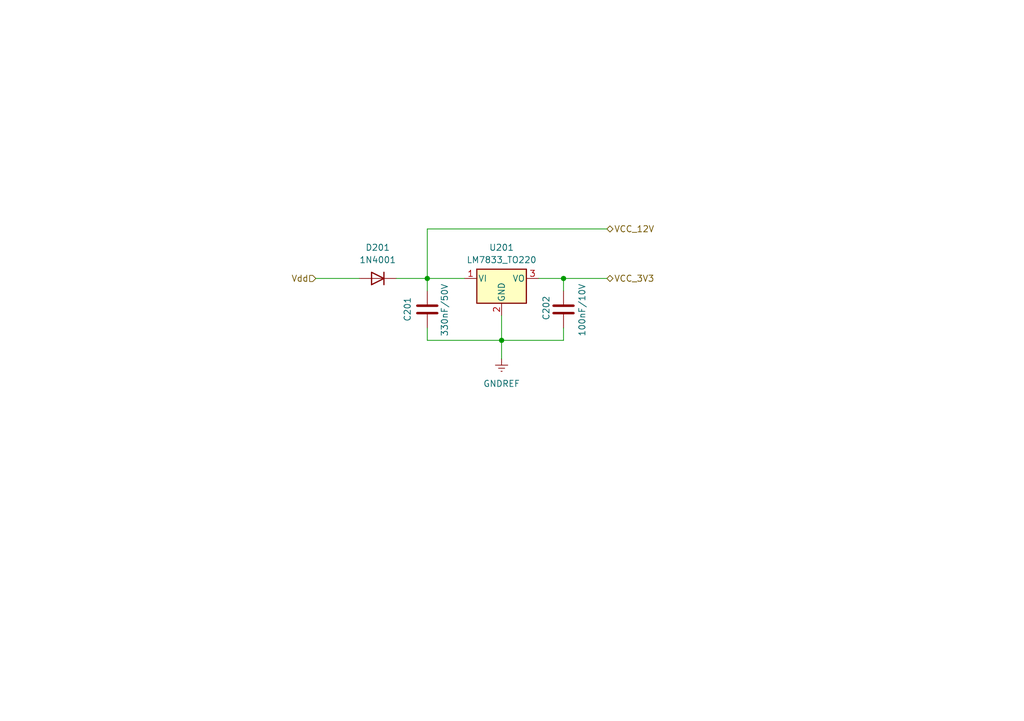
<source format=kicad_sch>
(kicad_sch
	(version 20250114)
	(generator "eeschema")
	(generator_version "9.0")
	(uuid "a1b0e158-317b-4b20-834d-5d4e94c85bab")
	(paper "A5")
	(lib_symbols
		(symbol "Device:C"
			(pin_numbers
				(hide yes)
			)
			(pin_names
				(offset 0.254)
			)
			(exclude_from_sim no)
			(in_bom yes)
			(on_board yes)
			(property "Reference" "C"
				(at 0.635 2.54 0)
				(effects
					(font
						(size 1.27 1.27)
					)
					(justify left)
				)
			)
			(property "Value" "C"
				(at 0.635 -2.54 0)
				(effects
					(font
						(size 1.27 1.27)
					)
					(justify left)
				)
			)
			(property "Footprint" ""
				(at 0.9652 -3.81 0)
				(effects
					(font
						(size 1.27 1.27)
					)
					(hide yes)
				)
			)
			(property "Datasheet" "~"
				(at 0 0 0)
				(effects
					(font
						(size 1.27 1.27)
					)
					(hide yes)
				)
			)
			(property "Description" "Unpolarized capacitor"
				(at 0 0 0)
				(effects
					(font
						(size 1.27 1.27)
					)
					(hide yes)
				)
			)
			(property "ki_keywords" "cap capacitor"
				(at 0 0 0)
				(effects
					(font
						(size 1.27 1.27)
					)
					(hide yes)
				)
			)
			(property "ki_fp_filters" "C_*"
				(at 0 0 0)
				(effects
					(font
						(size 1.27 1.27)
					)
					(hide yes)
				)
			)
			(symbol "C_0_1"
				(polyline
					(pts
						(xy -2.032 0.762) (xy 2.032 0.762)
					)
					(stroke
						(width 0.508)
						(type default)
					)
					(fill
						(type none)
					)
				)
				(polyline
					(pts
						(xy -2.032 -0.762) (xy 2.032 -0.762)
					)
					(stroke
						(width 0.508)
						(type default)
					)
					(fill
						(type none)
					)
				)
			)
			(symbol "C_1_1"
				(pin passive line
					(at 0 3.81 270)
					(length 2.794)
					(name "~"
						(effects
							(font
								(size 1.27 1.27)
							)
						)
					)
					(number "1"
						(effects
							(font
								(size 1.27 1.27)
							)
						)
					)
				)
				(pin passive line
					(at 0 -3.81 90)
					(length 2.794)
					(name "~"
						(effects
							(font
								(size 1.27 1.27)
							)
						)
					)
					(number "2"
						(effects
							(font
								(size 1.27 1.27)
							)
						)
					)
				)
			)
			(embedded_fonts no)
		)
		(symbol "Diode:1N4001"
			(pin_numbers
				(hide yes)
			)
			(pin_names
				(hide yes)
			)
			(exclude_from_sim no)
			(in_bom yes)
			(on_board yes)
			(property "Reference" "D"
				(at 0 2.54 0)
				(effects
					(font
						(size 1.27 1.27)
					)
				)
			)
			(property "Value" "1N4001"
				(at 0 -2.54 0)
				(effects
					(font
						(size 1.27 1.27)
					)
				)
			)
			(property "Footprint" "Diode_THT:D_DO-41_SOD81_P10.16mm_Horizontal"
				(at 0 0 0)
				(effects
					(font
						(size 1.27 1.27)
					)
					(hide yes)
				)
			)
			(property "Datasheet" "http://www.vishay.com/docs/88503/1n4001.pdf"
				(at 0 0 0)
				(effects
					(font
						(size 1.27 1.27)
					)
					(hide yes)
				)
			)
			(property "Description" "50V 1A General Purpose Rectifier Diode, DO-41"
				(at 0 0 0)
				(effects
					(font
						(size 1.27 1.27)
					)
					(hide yes)
				)
			)
			(property "Sim.Device" "D"
				(at 0 0 0)
				(effects
					(font
						(size 1.27 1.27)
					)
					(hide yes)
				)
			)
			(property "Sim.Pins" "1=K 2=A"
				(at 0 0 0)
				(effects
					(font
						(size 1.27 1.27)
					)
					(hide yes)
				)
			)
			(property "ki_keywords" "diode"
				(at 0 0 0)
				(effects
					(font
						(size 1.27 1.27)
					)
					(hide yes)
				)
			)
			(property "ki_fp_filters" "D*DO?41*"
				(at 0 0 0)
				(effects
					(font
						(size 1.27 1.27)
					)
					(hide yes)
				)
			)
			(symbol "1N4001_0_1"
				(polyline
					(pts
						(xy -1.27 1.27) (xy -1.27 -1.27)
					)
					(stroke
						(width 0.254)
						(type default)
					)
					(fill
						(type none)
					)
				)
				(polyline
					(pts
						(xy 1.27 1.27) (xy 1.27 -1.27) (xy -1.27 0) (xy 1.27 1.27)
					)
					(stroke
						(width 0.254)
						(type default)
					)
					(fill
						(type none)
					)
				)
				(polyline
					(pts
						(xy 1.27 0) (xy -1.27 0)
					)
					(stroke
						(width 0)
						(type default)
					)
					(fill
						(type none)
					)
				)
			)
			(symbol "1N4001_1_1"
				(pin passive line
					(at -3.81 0 0)
					(length 2.54)
					(name "K"
						(effects
							(font
								(size 1.27 1.27)
							)
						)
					)
					(number "1"
						(effects
							(font
								(size 1.27 1.27)
							)
						)
					)
				)
				(pin passive line
					(at 3.81 0 180)
					(length 2.54)
					(name "A"
						(effects
							(font
								(size 1.27 1.27)
							)
						)
					)
					(number "2"
						(effects
							(font
								(size 1.27 1.27)
							)
						)
					)
				)
			)
			(embedded_fonts no)
		)
		(symbol "Regulator_Linear:LM7805_TO220"
			(pin_names
				(offset 0.254)
			)
			(exclude_from_sim no)
			(in_bom yes)
			(on_board yes)
			(property "Reference" "U"
				(at -3.81 3.175 0)
				(effects
					(font
						(size 1.27 1.27)
					)
				)
			)
			(property "Value" "LM7805_TO220"
				(at 0 3.175 0)
				(effects
					(font
						(size 1.27 1.27)
					)
					(justify left)
				)
			)
			(property "Footprint" "Package_TO_SOT_THT:TO-220-3_Vertical"
				(at 0 5.715 0)
				(effects
					(font
						(size 1.27 1.27)
						(italic yes)
					)
					(hide yes)
				)
			)
			(property "Datasheet" "https://www.onsemi.cn/PowerSolutions/document/MC7800-D.PDF"
				(at 0 -1.27 0)
				(effects
					(font
						(size 1.27 1.27)
					)
					(hide yes)
				)
			)
			(property "Description" "Positive 1A 35V Linear Regulator, Fixed Output 5V, TO-220"
				(at 0 0 0)
				(effects
					(font
						(size 1.27 1.27)
					)
					(hide yes)
				)
			)
			(property "ki_keywords" "Voltage Regulator 1A Positive"
				(at 0 0 0)
				(effects
					(font
						(size 1.27 1.27)
					)
					(hide yes)
				)
			)
			(property "ki_fp_filters" "TO?220*"
				(at 0 0 0)
				(effects
					(font
						(size 1.27 1.27)
					)
					(hide yes)
				)
			)
			(symbol "LM7805_TO220_0_1"
				(rectangle
					(start -5.08 1.905)
					(end 5.08 -5.08)
					(stroke
						(width 0.254)
						(type default)
					)
					(fill
						(type background)
					)
				)
			)
			(symbol "LM7805_TO220_1_1"
				(pin power_in line
					(at -7.62 0 0)
					(length 2.54)
					(name "VI"
						(effects
							(font
								(size 1.27 1.27)
							)
						)
					)
					(number "1"
						(effects
							(font
								(size 1.27 1.27)
							)
						)
					)
				)
				(pin power_in line
					(at 0 -7.62 90)
					(length 2.54)
					(name "GND"
						(effects
							(font
								(size 1.27 1.27)
							)
						)
					)
					(number "2"
						(effects
							(font
								(size 1.27 1.27)
							)
						)
					)
				)
				(pin power_out line
					(at 7.62 0 180)
					(length 2.54)
					(name "VO"
						(effects
							(font
								(size 1.27 1.27)
							)
						)
					)
					(number "3"
						(effects
							(font
								(size 1.27 1.27)
							)
						)
					)
				)
			)
			(embedded_fonts no)
		)
		(symbol "power:GNDREF"
			(power)
			(pin_numbers
				(hide yes)
			)
			(pin_names
				(offset 0)
				(hide yes)
			)
			(exclude_from_sim no)
			(in_bom yes)
			(on_board yes)
			(property "Reference" "#PWR"
				(at 0 -6.35 0)
				(effects
					(font
						(size 1.27 1.27)
					)
					(hide yes)
				)
			)
			(property "Value" "GNDREF"
				(at 0 -3.81 0)
				(effects
					(font
						(size 1.27 1.27)
					)
				)
			)
			(property "Footprint" ""
				(at 0 0 0)
				(effects
					(font
						(size 1.27 1.27)
					)
					(hide yes)
				)
			)
			(property "Datasheet" ""
				(at 0 0 0)
				(effects
					(font
						(size 1.27 1.27)
					)
					(hide yes)
				)
			)
			(property "Description" "Power symbol creates a global label with name \"GNDREF\" , reference supply ground"
				(at 0 0 0)
				(effects
					(font
						(size 1.27 1.27)
					)
					(hide yes)
				)
			)
			(property "ki_keywords" "global power"
				(at 0 0 0)
				(effects
					(font
						(size 1.27 1.27)
					)
					(hide yes)
				)
			)
			(symbol "GNDREF_0_1"
				(polyline
					(pts
						(xy -0.635 -1.905) (xy 0.635 -1.905)
					)
					(stroke
						(width 0)
						(type default)
					)
					(fill
						(type none)
					)
				)
				(polyline
					(pts
						(xy -0.127 -2.54) (xy 0.127 -2.54)
					)
					(stroke
						(width 0)
						(type default)
					)
					(fill
						(type none)
					)
				)
				(polyline
					(pts
						(xy 0 -1.27) (xy 0 0)
					)
					(stroke
						(width 0)
						(type default)
					)
					(fill
						(type none)
					)
				)
				(polyline
					(pts
						(xy 1.27 -1.27) (xy -1.27 -1.27)
					)
					(stroke
						(width 0)
						(type default)
					)
					(fill
						(type none)
					)
				)
			)
			(symbol "GNDREF_1_1"
				(pin power_in line
					(at 0 0 270)
					(length 0)
					(name "~"
						(effects
							(font
								(size 1.27 1.27)
							)
						)
					)
					(number "1"
						(effects
							(font
								(size 1.27 1.27)
							)
						)
					)
				)
			)
			(embedded_fonts no)
		)
	)
	(junction
		(at 102.87 69.85)
		(diameter 0)
		(color 0 0 0 0)
		(uuid "69baf53e-02a5-4452-aa07-c43b3e09338e")
	)
	(junction
		(at 87.63 57.15)
		(diameter 0)
		(color 0 0 0 0)
		(uuid "8579c0d5-8bd9-46fa-9fe9-6c4d0fa19482")
	)
	(junction
		(at 115.57 57.15)
		(diameter 0)
		(color 0 0 0 0)
		(uuid "fe845388-2ac9-427f-ab0e-695d68f1d921")
	)
	(wire
		(pts
			(xy 102.87 64.77) (xy 102.87 69.85)
		)
		(stroke
			(width 0)
			(type default)
		)
		(uuid "0d3fac9f-9813-47d2-945f-1386bf5f1b32")
	)
	(wire
		(pts
			(xy 87.63 46.99) (xy 87.63 57.15)
		)
		(stroke
			(width 0)
			(type default)
		)
		(uuid "1bcbf692-9c9a-4bde-8f99-e34f57f70e0a")
	)
	(wire
		(pts
			(xy 124.46 46.99) (xy 87.63 46.99)
		)
		(stroke
			(width 0)
			(type default)
		)
		(uuid "2dc50b08-f5ea-4091-964c-64f23368032b")
	)
	(wire
		(pts
			(xy 87.63 57.15) (xy 87.63 59.69)
		)
		(stroke
			(width 0)
			(type default)
		)
		(uuid "37d41bdd-8a97-476b-8162-4ff4b5bf571d")
	)
	(wire
		(pts
			(xy 102.87 69.85) (xy 102.87 73.66)
		)
		(stroke
			(width 0)
			(type default)
		)
		(uuid "5d106eb6-7c9f-4356-a29a-d6ca0ec9fbaf")
	)
	(wire
		(pts
			(xy 87.63 67.31) (xy 87.63 69.85)
		)
		(stroke
			(width 0)
			(type default)
		)
		(uuid "60c69a3d-39e7-4aff-8265-ed58c9c4ee6b")
	)
	(wire
		(pts
			(xy 110.49 57.15) (xy 115.57 57.15)
		)
		(stroke
			(width 0)
			(type default)
		)
		(uuid "71428856-ea2a-4c32-b951-2b103cb47f4e")
	)
	(wire
		(pts
			(xy 115.57 57.15) (xy 115.57 59.69)
		)
		(stroke
			(width 0)
			(type default)
		)
		(uuid "8031e526-7aa6-4b9a-8ce2-d6998906aeab")
	)
	(wire
		(pts
			(xy 115.57 69.85) (xy 102.87 69.85)
		)
		(stroke
			(width 0)
			(type default)
		)
		(uuid "8c5bd5ee-8d08-482c-a833-8e9b68430006")
	)
	(wire
		(pts
			(xy 87.63 57.15) (xy 95.25 57.15)
		)
		(stroke
			(width 0)
			(type default)
		)
		(uuid "b1cc5f1e-2c06-492a-939c-fb995d8f3399")
	)
	(wire
		(pts
			(xy 64.77 57.15) (xy 73.66 57.15)
		)
		(stroke
			(width 0)
			(type default)
		)
		(uuid "b66f9bd0-64cb-4708-a4c6-78b41c5332bc")
	)
	(wire
		(pts
			(xy 115.57 67.31) (xy 115.57 69.85)
		)
		(stroke
			(width 0)
			(type default)
		)
		(uuid "bb79d12d-b90d-4ca4-bd14-9cc80a464bd8")
	)
	(wire
		(pts
			(xy 87.63 69.85) (xy 102.87 69.85)
		)
		(stroke
			(width 0)
			(type default)
		)
		(uuid "c41df8af-3294-44f4-ac9b-476be41bfeca")
	)
	(wire
		(pts
			(xy 81.28 57.15) (xy 87.63 57.15)
		)
		(stroke
			(width 0)
			(type default)
		)
		(uuid "dc3de5dc-f1b3-4105-acc0-ed62c8257140")
	)
	(wire
		(pts
			(xy 115.57 57.15) (xy 124.46 57.15)
		)
		(stroke
			(width 0)
			(type default)
		)
		(uuid "f03a239a-e53a-4e11-b5d9-e0a70c015e4d")
	)
	(hierarchical_label "VCC_12V"
		(shape bidirectional)
		(at 124.46 46.99 0)
		(effects
			(font
				(size 1.27 1.27)
			)
			(justify left)
		)
		(uuid "9bd8712e-38ca-4fa5-b977-7f9a766fe767")
	)
	(hierarchical_label "Vdd"
		(shape input)
		(at 64.77 57.15 180)
		(effects
			(font
				(size 1.27 1.27)
			)
			(justify right)
		)
		(uuid "a3810a7d-db23-4d6d-9bfa-6b9d6443bf43")
	)
	(hierarchical_label "VCC_3V3"
		(shape bidirectional)
		(at 124.46 57.15 0)
		(effects
			(font
				(size 1.27 1.27)
			)
			(justify left)
		)
		(uuid "bf2b9f44-7dd8-4474-ac3d-01e54e5fd4c0")
	)
	(symbol
		(lib_id "Device:C")
		(at 87.63 63.5 0)
		(unit 1)
		(exclude_from_sim no)
		(in_bom yes)
		(on_board yes)
		(dnp no)
		(uuid "1edcf504-4dfe-4552-bc06-28731414bb88")
		(property "Reference" "C201"
			(at 83.566 66.04 90)
			(effects
				(font
					(size 1.27 1.27)
				)
				(justify left)
			)
		)
		(property "Value" "330nF/50V"
			(at 91.186 69.088 90)
			(effects
				(font
					(size 1.27 1.27)
				)
				(justify left)
			)
		)
		(property "Footprint" "Capacitor_SMD:C_0805_2012Metric"
			(at 88.5952 67.31 0)
			(effects
				(font
					(size 1.27 1.27)
				)
				(hide yes)
			)
		)
		(property "Datasheet" "~"
			(at 87.63 63.5 0)
			(effects
				(font
					(size 1.27 1.27)
				)
				(hide yes)
			)
		)
		(property "Description" "Unpolarized capacitor"
			(at 87.63 63.5 0)
			(effects
				(font
					(size 1.27 1.27)
				)
				(hide yes)
			)
		)
		(pin "1"
			(uuid "d4903cef-e23a-40c8-a25b-6dc4a15571a6")
		)
		(pin "2"
			(uuid "6cf312cb-7bf8-4d34-ab1e-b1e4da4c0657")
		)
		(instances
			(project ""
				(path "/1d78825e-432c-419e-a5f0-c57f77cfecbe/5b7a31a5-51aa-40b4-b8ba-bbc44223b822"
					(reference "C201")
					(unit 1)
				)
			)
		)
	)
	(symbol
		(lib_id "Device:C")
		(at 115.57 63.5 0)
		(unit 1)
		(exclude_from_sim no)
		(in_bom yes)
		(on_board yes)
		(dnp no)
		(uuid "45a9979d-77b3-47b4-9f67-21dc899f0770")
		(property "Reference" "C202"
			(at 112.014 65.786 90)
			(effects
				(font
					(size 1.27 1.27)
				)
				(justify left)
			)
		)
		(property "Value" "100nF/10V"
			(at 119.38 69.088 90)
			(effects
				(font
					(size 1.27 1.27)
				)
				(justify left)
			)
		)
		(property "Footprint" "Capacitor_SMD:C_0603_1608Metric"
			(at 116.5352 67.31 0)
			(effects
				(font
					(size 1.27 1.27)
				)
				(hide yes)
			)
		)
		(property "Datasheet" "~"
			(at 115.57 63.5 0)
			(effects
				(font
					(size 1.27 1.27)
				)
				(hide yes)
			)
		)
		(property "Description" "Unpolarized capacitor"
			(at 115.57 63.5 0)
			(effects
				(font
					(size 1.27 1.27)
				)
				(hide yes)
			)
		)
		(pin "1"
			(uuid "f5eab3c3-8184-42c2-bac0-c06c11a3f8f9")
		)
		(pin "2"
			(uuid "c4580ddf-d9ad-4566-b6f2-851ad0c24652")
		)
		(instances
			(project "Canvi_David"
				(path "/1d78825e-432c-419e-a5f0-c57f77cfecbe/5b7a31a5-51aa-40b4-b8ba-bbc44223b822"
					(reference "C202")
					(unit 1)
				)
			)
		)
	)
	(symbol
		(lib_id "Diode:1N4001")
		(at 77.47 57.15 180)
		(unit 1)
		(exclude_from_sim no)
		(in_bom yes)
		(on_board yes)
		(dnp no)
		(fields_autoplaced yes)
		(uuid "970646ae-a069-4c99-b64e-6f5103ad3351")
		(property "Reference" "D201"
			(at 77.47 50.8 0)
			(effects
				(font
					(size 1.27 1.27)
				)
			)
		)
		(property "Value" "1N4001"
			(at 77.47 53.34 0)
			(effects
				(font
					(size 1.27 1.27)
				)
			)
		)
		(property "Footprint" "Diode_SMD:D_SMA"
			(at 77.47 57.15 0)
			(effects
				(font
					(size 1.27 1.27)
				)
				(hide yes)
			)
		)
		(property "Datasheet" "http://www.vishay.com/docs/88503/1n4001.pdf"
			(at 77.47 57.15 0)
			(effects
				(font
					(size 1.27 1.27)
				)
				(hide yes)
			)
		)
		(property "Description" "50V 1A General Purpose Rectifier Diode, DO-41"
			(at 77.47 57.15 0)
			(effects
				(font
					(size 1.27 1.27)
				)
				(hide yes)
			)
		)
		(property "Sim.Device" "D"
			(at 77.47 57.15 0)
			(effects
				(font
					(size 1.27 1.27)
				)
				(hide yes)
			)
		)
		(property "Sim.Pins" "1=K 2=A"
			(at 77.47 57.15 0)
			(effects
				(font
					(size 1.27 1.27)
				)
				(hide yes)
			)
		)
		(pin "1"
			(uuid "9f747be1-4aac-4749-863a-b061e35a1965")
		)
		(pin "2"
			(uuid "8718da6b-4199-4c7d-ac71-7882c38dab57")
		)
		(instances
			(project ""
				(path "/1d78825e-432c-419e-a5f0-c57f77cfecbe/5b7a31a5-51aa-40b4-b8ba-bbc44223b822"
					(reference "D201")
					(unit 1)
				)
			)
		)
	)
	(symbol
		(lib_id "power:GNDREF")
		(at 102.87 73.66 0)
		(unit 1)
		(exclude_from_sim no)
		(in_bom yes)
		(on_board yes)
		(dnp no)
		(fields_autoplaced yes)
		(uuid "b6cf731a-8018-428f-b2be-bf272cba69c1")
		(property "Reference" "#PWR0201"
			(at 102.87 80.01 0)
			(effects
				(font
					(size 1.27 1.27)
				)
				(hide yes)
			)
		)
		(property "Value" "GNDREF"
			(at 102.87 78.74 0)
			(effects
				(font
					(size 1.27 1.27)
				)
			)
		)
		(property "Footprint" ""
			(at 102.87 73.66 0)
			(effects
				(font
					(size 1.27 1.27)
				)
				(hide yes)
			)
		)
		(property "Datasheet" ""
			(at 102.87 73.66 0)
			(effects
				(font
					(size 1.27 1.27)
				)
				(hide yes)
			)
		)
		(property "Description" "Power symbol creates a global label with name \"GNDREF\" , reference supply ground"
			(at 102.87 73.66 0)
			(effects
				(font
					(size 1.27 1.27)
				)
				(hide yes)
			)
		)
		(pin "1"
			(uuid "244f7b56-553c-4eab-8b3b-7e40afd1b2b5")
		)
		(instances
			(project ""
				(path "/1d78825e-432c-419e-a5f0-c57f77cfecbe/5b7a31a5-51aa-40b4-b8ba-bbc44223b822"
					(reference "#PWR0201")
					(unit 1)
				)
			)
		)
	)
	(symbol
		(lib_id "Regulator_Linear:LM7805_TO220")
		(at 102.87 57.15 0)
		(unit 1)
		(exclude_from_sim no)
		(in_bom yes)
		(on_board yes)
		(dnp no)
		(fields_autoplaced yes)
		(uuid "e1fca4e0-76be-485f-a58e-f1027b9fd293")
		(property "Reference" "U201"
			(at 102.87 50.8 0)
			(effects
				(font
					(size 1.27 1.27)
				)
			)
		)
		(property "Value" "LM7833_TO220"
			(at 102.87 53.34 0)
			(effects
				(font
					(size 1.27 1.27)
				)
			)
		)
		(property "Footprint" "Package_TO_SOT_THT:TO-220-3_Vertical"
			(at 102.87 51.435 0)
			(effects
				(font
					(size 1.27 1.27)
					(italic yes)
				)
				(hide yes)
			)
		)
		(property "Datasheet" "https://www.onsemi.cn/PowerSolutions/document/MC7800-D.PDF"
			(at 102.87 58.42 0)
			(effects
				(font
					(size 1.27 1.27)
				)
				(hide yes)
			)
		)
		(property "Description" "Positive 1A 35V Linear Regulator, Fixed Output 5V, TO-220"
			(at 102.87 57.15 0)
			(effects
				(font
					(size 1.27 1.27)
				)
				(hide yes)
			)
		)
		(pin "3"
			(uuid "700045e8-1606-42aa-91e6-3e65ff63cba8")
		)
		(pin "1"
			(uuid "0bdceef1-2be7-4f53-8677-b7dda642f4a8")
		)
		(pin "2"
			(uuid "5662deb5-d40a-4220-8087-30766793bf20")
		)
		(instances
			(project ""
				(path "/1d78825e-432c-419e-a5f0-c57f77cfecbe/5b7a31a5-51aa-40b4-b8ba-bbc44223b822"
					(reference "U201")
					(unit 1)
				)
			)
		)
	)
)

</source>
